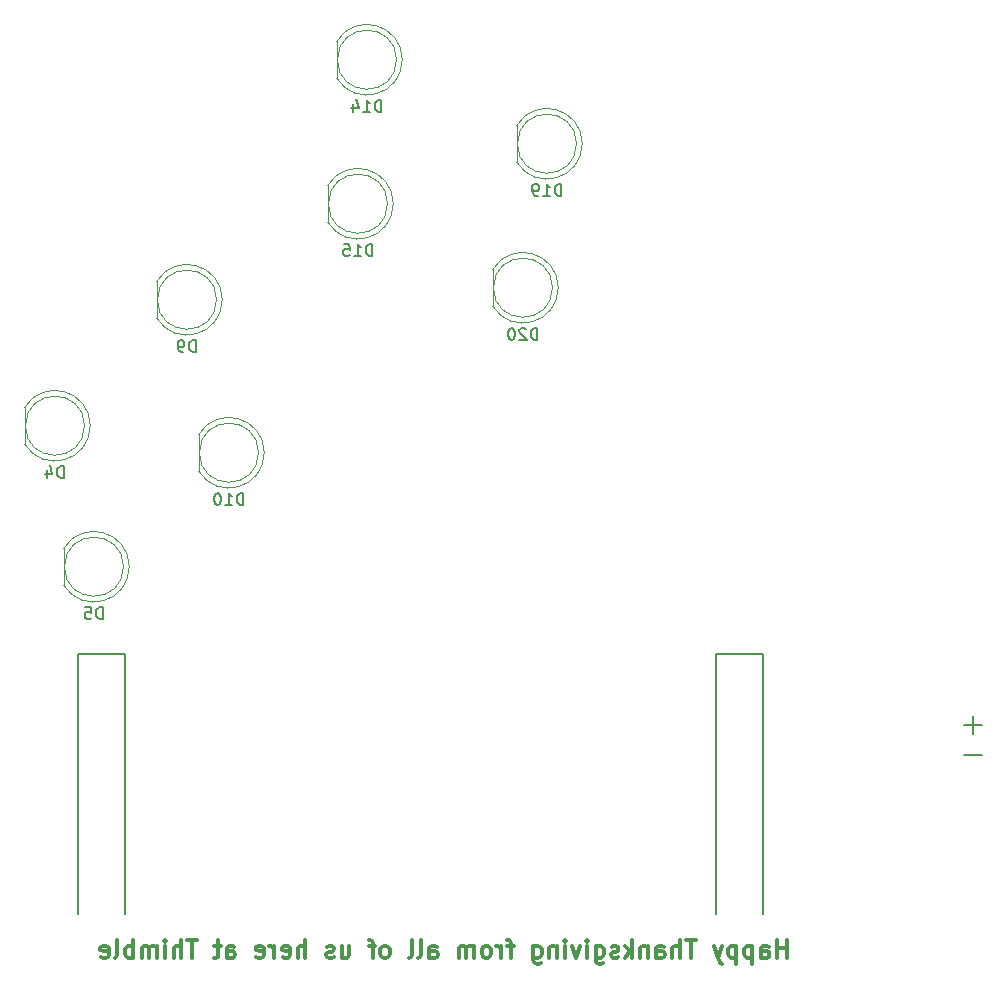
<source format=gbr>
G04 #@! TF.FileFunction,Legend,Bot*
%FSLAX46Y46*%
G04 Gerber Fmt 4.6, Leading zero omitted, Abs format (unit mm)*
G04 Created by KiCad (PCBNEW 4.0.6) date 11/09/17 18:30:30*
%MOMM*%
%LPD*%
G01*
G04 APERTURE LIST*
%ADD10C,0.100000*%
%ADD11C,0.200000*%
%ADD12C,0.300000*%
%ADD13C,0.120000*%
%ADD14C,0.150000*%
G04 APERTURE END LIST*
D10*
D11*
X191000000Y-131500000D02*
X192500000Y-131500000D01*
X191750000Y-128250000D02*
X191750000Y-129750000D01*
X191000000Y-129000000D02*
X192500000Y-129000000D01*
D12*
X176035714Y-148678571D02*
X176035714Y-147178571D01*
X176035714Y-147892857D02*
X175178571Y-147892857D01*
X175178571Y-148678571D02*
X175178571Y-147178571D01*
X173821428Y-148678571D02*
X173821428Y-147892857D01*
X173892857Y-147750000D01*
X174035714Y-147678571D01*
X174321428Y-147678571D01*
X174464285Y-147750000D01*
X173821428Y-148607143D02*
X173964285Y-148678571D01*
X174321428Y-148678571D01*
X174464285Y-148607143D01*
X174535714Y-148464286D01*
X174535714Y-148321429D01*
X174464285Y-148178571D01*
X174321428Y-148107143D01*
X173964285Y-148107143D01*
X173821428Y-148035714D01*
X173107142Y-147678571D02*
X173107142Y-149178571D01*
X173107142Y-147750000D02*
X172964285Y-147678571D01*
X172678571Y-147678571D01*
X172535714Y-147750000D01*
X172464285Y-147821429D01*
X172392856Y-147964286D01*
X172392856Y-148392857D01*
X172464285Y-148535714D01*
X172535714Y-148607143D01*
X172678571Y-148678571D01*
X172964285Y-148678571D01*
X173107142Y-148607143D01*
X171749999Y-147678571D02*
X171749999Y-149178571D01*
X171749999Y-147750000D02*
X171607142Y-147678571D01*
X171321428Y-147678571D01*
X171178571Y-147750000D01*
X171107142Y-147821429D01*
X171035713Y-147964286D01*
X171035713Y-148392857D01*
X171107142Y-148535714D01*
X171178571Y-148607143D01*
X171321428Y-148678571D01*
X171607142Y-148678571D01*
X171749999Y-148607143D01*
X170535713Y-147678571D02*
X170178570Y-148678571D01*
X169821428Y-147678571D02*
X170178570Y-148678571D01*
X170321428Y-149035714D01*
X170392856Y-149107143D01*
X170535713Y-149178571D01*
X168321428Y-147178571D02*
X167464285Y-147178571D01*
X167892856Y-148678571D02*
X167892856Y-147178571D01*
X166964285Y-148678571D02*
X166964285Y-147178571D01*
X166321428Y-148678571D02*
X166321428Y-147892857D01*
X166392857Y-147750000D01*
X166535714Y-147678571D01*
X166749999Y-147678571D01*
X166892857Y-147750000D01*
X166964285Y-147821429D01*
X164964285Y-148678571D02*
X164964285Y-147892857D01*
X165035714Y-147750000D01*
X165178571Y-147678571D01*
X165464285Y-147678571D01*
X165607142Y-147750000D01*
X164964285Y-148607143D02*
X165107142Y-148678571D01*
X165464285Y-148678571D01*
X165607142Y-148607143D01*
X165678571Y-148464286D01*
X165678571Y-148321429D01*
X165607142Y-148178571D01*
X165464285Y-148107143D01*
X165107142Y-148107143D01*
X164964285Y-148035714D01*
X164249999Y-147678571D02*
X164249999Y-148678571D01*
X164249999Y-147821429D02*
X164178571Y-147750000D01*
X164035713Y-147678571D01*
X163821428Y-147678571D01*
X163678571Y-147750000D01*
X163607142Y-147892857D01*
X163607142Y-148678571D01*
X162892856Y-148678571D02*
X162892856Y-147178571D01*
X162749999Y-148107143D02*
X162321428Y-148678571D01*
X162321428Y-147678571D02*
X162892856Y-148250000D01*
X161749999Y-148607143D02*
X161607142Y-148678571D01*
X161321427Y-148678571D01*
X161178570Y-148607143D01*
X161107142Y-148464286D01*
X161107142Y-148392857D01*
X161178570Y-148250000D01*
X161321427Y-148178571D01*
X161535713Y-148178571D01*
X161678570Y-148107143D01*
X161749999Y-147964286D01*
X161749999Y-147892857D01*
X161678570Y-147750000D01*
X161535713Y-147678571D01*
X161321427Y-147678571D01*
X161178570Y-147750000D01*
X159821427Y-147678571D02*
X159821427Y-148892857D01*
X159892856Y-149035714D01*
X159964284Y-149107143D01*
X160107141Y-149178571D01*
X160321427Y-149178571D01*
X160464284Y-149107143D01*
X159821427Y-148607143D02*
X159964284Y-148678571D01*
X160249998Y-148678571D01*
X160392856Y-148607143D01*
X160464284Y-148535714D01*
X160535713Y-148392857D01*
X160535713Y-147964286D01*
X160464284Y-147821429D01*
X160392856Y-147750000D01*
X160249998Y-147678571D01*
X159964284Y-147678571D01*
X159821427Y-147750000D01*
X159107141Y-148678571D02*
X159107141Y-147678571D01*
X159107141Y-147178571D02*
X159178570Y-147250000D01*
X159107141Y-147321429D01*
X159035713Y-147250000D01*
X159107141Y-147178571D01*
X159107141Y-147321429D01*
X158535712Y-147678571D02*
X158178569Y-148678571D01*
X157821427Y-147678571D01*
X157249998Y-148678571D02*
X157249998Y-147678571D01*
X157249998Y-147178571D02*
X157321427Y-147250000D01*
X157249998Y-147321429D01*
X157178570Y-147250000D01*
X157249998Y-147178571D01*
X157249998Y-147321429D01*
X156535712Y-147678571D02*
X156535712Y-148678571D01*
X156535712Y-147821429D02*
X156464284Y-147750000D01*
X156321426Y-147678571D01*
X156107141Y-147678571D01*
X155964284Y-147750000D01*
X155892855Y-147892857D01*
X155892855Y-148678571D01*
X154535712Y-147678571D02*
X154535712Y-148892857D01*
X154607141Y-149035714D01*
X154678569Y-149107143D01*
X154821426Y-149178571D01*
X155035712Y-149178571D01*
X155178569Y-149107143D01*
X154535712Y-148607143D02*
X154678569Y-148678571D01*
X154964283Y-148678571D01*
X155107141Y-148607143D01*
X155178569Y-148535714D01*
X155249998Y-148392857D01*
X155249998Y-147964286D01*
X155178569Y-147821429D01*
X155107141Y-147750000D01*
X154964283Y-147678571D01*
X154678569Y-147678571D01*
X154535712Y-147750000D01*
X152892855Y-147678571D02*
X152321426Y-147678571D01*
X152678569Y-148678571D02*
X152678569Y-147392857D01*
X152607141Y-147250000D01*
X152464283Y-147178571D01*
X152321426Y-147178571D01*
X151821426Y-148678571D02*
X151821426Y-147678571D01*
X151821426Y-147964286D02*
X151749998Y-147821429D01*
X151678569Y-147750000D01*
X151535712Y-147678571D01*
X151392855Y-147678571D01*
X150678569Y-148678571D02*
X150821427Y-148607143D01*
X150892855Y-148535714D01*
X150964284Y-148392857D01*
X150964284Y-147964286D01*
X150892855Y-147821429D01*
X150821427Y-147750000D01*
X150678569Y-147678571D01*
X150464284Y-147678571D01*
X150321427Y-147750000D01*
X150249998Y-147821429D01*
X150178569Y-147964286D01*
X150178569Y-148392857D01*
X150249998Y-148535714D01*
X150321427Y-148607143D01*
X150464284Y-148678571D01*
X150678569Y-148678571D01*
X149535712Y-148678571D02*
X149535712Y-147678571D01*
X149535712Y-147821429D02*
X149464284Y-147750000D01*
X149321426Y-147678571D01*
X149107141Y-147678571D01*
X148964284Y-147750000D01*
X148892855Y-147892857D01*
X148892855Y-148678571D01*
X148892855Y-147892857D02*
X148821426Y-147750000D01*
X148678569Y-147678571D01*
X148464284Y-147678571D01*
X148321426Y-147750000D01*
X148249998Y-147892857D01*
X148249998Y-148678571D01*
X145749998Y-148678571D02*
X145749998Y-147892857D01*
X145821427Y-147750000D01*
X145964284Y-147678571D01*
X146249998Y-147678571D01*
X146392855Y-147750000D01*
X145749998Y-148607143D02*
X145892855Y-148678571D01*
X146249998Y-148678571D01*
X146392855Y-148607143D01*
X146464284Y-148464286D01*
X146464284Y-148321429D01*
X146392855Y-148178571D01*
X146249998Y-148107143D01*
X145892855Y-148107143D01*
X145749998Y-148035714D01*
X144821426Y-148678571D02*
X144964284Y-148607143D01*
X145035712Y-148464286D01*
X145035712Y-147178571D01*
X144035712Y-148678571D02*
X144178570Y-148607143D01*
X144249998Y-148464286D01*
X144249998Y-147178571D01*
X142107141Y-148678571D02*
X142249999Y-148607143D01*
X142321427Y-148535714D01*
X142392856Y-148392857D01*
X142392856Y-147964286D01*
X142321427Y-147821429D01*
X142249999Y-147750000D01*
X142107141Y-147678571D01*
X141892856Y-147678571D01*
X141749999Y-147750000D01*
X141678570Y-147821429D01*
X141607141Y-147964286D01*
X141607141Y-148392857D01*
X141678570Y-148535714D01*
X141749999Y-148607143D01*
X141892856Y-148678571D01*
X142107141Y-148678571D01*
X141178570Y-147678571D02*
X140607141Y-147678571D01*
X140964284Y-148678571D02*
X140964284Y-147392857D01*
X140892856Y-147250000D01*
X140749998Y-147178571D01*
X140607141Y-147178571D01*
X138321427Y-147678571D02*
X138321427Y-148678571D01*
X138964284Y-147678571D02*
X138964284Y-148464286D01*
X138892856Y-148607143D01*
X138749998Y-148678571D01*
X138535713Y-148678571D01*
X138392856Y-148607143D01*
X138321427Y-148535714D01*
X137678570Y-148607143D02*
X137535713Y-148678571D01*
X137249998Y-148678571D01*
X137107141Y-148607143D01*
X137035713Y-148464286D01*
X137035713Y-148392857D01*
X137107141Y-148250000D01*
X137249998Y-148178571D01*
X137464284Y-148178571D01*
X137607141Y-148107143D01*
X137678570Y-147964286D01*
X137678570Y-147892857D01*
X137607141Y-147750000D01*
X137464284Y-147678571D01*
X137249998Y-147678571D01*
X137107141Y-147750000D01*
X135249998Y-148678571D02*
X135249998Y-147178571D01*
X134607141Y-148678571D02*
X134607141Y-147892857D01*
X134678570Y-147750000D01*
X134821427Y-147678571D01*
X135035712Y-147678571D01*
X135178570Y-147750000D01*
X135249998Y-147821429D01*
X133321427Y-148607143D02*
X133464284Y-148678571D01*
X133749998Y-148678571D01*
X133892855Y-148607143D01*
X133964284Y-148464286D01*
X133964284Y-147892857D01*
X133892855Y-147750000D01*
X133749998Y-147678571D01*
X133464284Y-147678571D01*
X133321427Y-147750000D01*
X133249998Y-147892857D01*
X133249998Y-148035714D01*
X133964284Y-148178571D01*
X132607141Y-148678571D02*
X132607141Y-147678571D01*
X132607141Y-147964286D02*
X132535713Y-147821429D01*
X132464284Y-147750000D01*
X132321427Y-147678571D01*
X132178570Y-147678571D01*
X131107142Y-148607143D02*
X131249999Y-148678571D01*
X131535713Y-148678571D01*
X131678570Y-148607143D01*
X131749999Y-148464286D01*
X131749999Y-147892857D01*
X131678570Y-147750000D01*
X131535713Y-147678571D01*
X131249999Y-147678571D01*
X131107142Y-147750000D01*
X131035713Y-147892857D01*
X131035713Y-148035714D01*
X131749999Y-148178571D01*
X128607142Y-148678571D02*
X128607142Y-147892857D01*
X128678571Y-147750000D01*
X128821428Y-147678571D01*
X129107142Y-147678571D01*
X129249999Y-147750000D01*
X128607142Y-148607143D02*
X128749999Y-148678571D01*
X129107142Y-148678571D01*
X129249999Y-148607143D01*
X129321428Y-148464286D01*
X129321428Y-148321429D01*
X129249999Y-148178571D01*
X129107142Y-148107143D01*
X128749999Y-148107143D01*
X128607142Y-148035714D01*
X128107142Y-147678571D02*
X127535713Y-147678571D01*
X127892856Y-147178571D02*
X127892856Y-148464286D01*
X127821428Y-148607143D01*
X127678570Y-148678571D01*
X127535713Y-148678571D01*
X126107142Y-147178571D02*
X125249999Y-147178571D01*
X125678570Y-148678571D02*
X125678570Y-147178571D01*
X124749999Y-148678571D02*
X124749999Y-147178571D01*
X124107142Y-148678571D02*
X124107142Y-147892857D01*
X124178571Y-147750000D01*
X124321428Y-147678571D01*
X124535713Y-147678571D01*
X124678571Y-147750000D01*
X124749999Y-147821429D01*
X123392856Y-148678571D02*
X123392856Y-147678571D01*
X123392856Y-147178571D02*
X123464285Y-147250000D01*
X123392856Y-147321429D01*
X123321428Y-147250000D01*
X123392856Y-147178571D01*
X123392856Y-147321429D01*
X122678570Y-148678571D02*
X122678570Y-147678571D01*
X122678570Y-147821429D02*
X122607142Y-147750000D01*
X122464284Y-147678571D01*
X122249999Y-147678571D01*
X122107142Y-147750000D01*
X122035713Y-147892857D01*
X122035713Y-148678571D01*
X122035713Y-147892857D02*
X121964284Y-147750000D01*
X121821427Y-147678571D01*
X121607142Y-147678571D01*
X121464284Y-147750000D01*
X121392856Y-147892857D01*
X121392856Y-148678571D01*
X120678570Y-148678571D02*
X120678570Y-147178571D01*
X120678570Y-147750000D02*
X120535713Y-147678571D01*
X120249999Y-147678571D01*
X120107142Y-147750000D01*
X120035713Y-147821429D01*
X119964284Y-147964286D01*
X119964284Y-148392857D01*
X120035713Y-148535714D01*
X120107142Y-148607143D01*
X120249999Y-148678571D01*
X120535713Y-148678571D01*
X120678570Y-148607143D01*
X119107141Y-148678571D02*
X119249999Y-148607143D01*
X119321427Y-148464286D01*
X119321427Y-147178571D01*
X117964285Y-148607143D02*
X118107142Y-148678571D01*
X118392856Y-148678571D01*
X118535713Y-148607143D01*
X118607142Y-148464286D01*
X118607142Y-147892857D01*
X118535713Y-147750000D01*
X118392856Y-147678571D01*
X118107142Y-147678571D01*
X117964285Y-147750000D01*
X117892856Y-147892857D01*
X117892856Y-148035714D01*
X118607142Y-148178571D01*
D11*
X174000000Y-123000000D02*
X170000000Y-123000000D01*
X174000000Y-145000000D02*
X174000000Y-123000000D01*
X116000000Y-123000000D02*
X120000000Y-123000000D01*
X170000000Y-145000000D02*
X170000000Y-123000000D01*
X116000000Y-145000000D02*
X116000000Y-123000000D01*
X120000000Y-145000000D02*
X120000000Y-123000000D01*
D13*
X117036000Y-103631538D02*
G75*
G02X111486000Y-105176830I-2990000J-462D01*
G01*
X117036000Y-103632462D02*
G75*
G03X111486000Y-102087170I-2990000J462D01*
G01*
X116546000Y-103632000D02*
G75*
G03X116546000Y-103632000I-2500000J0D01*
G01*
X111486000Y-105177000D02*
X111486000Y-102087000D01*
X120338000Y-115569538D02*
G75*
G02X114788000Y-117114830I-2990000J-462D01*
G01*
X120338000Y-115570462D02*
G75*
G03X114788000Y-114025170I-2990000J462D01*
G01*
X119848000Y-115570000D02*
G75*
G03X119848000Y-115570000I-2500000J0D01*
G01*
X114788000Y-117115000D02*
X114788000Y-114025000D01*
X128212000Y-92963538D02*
G75*
G02X122662000Y-94508830I-2990000J-462D01*
G01*
X128212000Y-92964462D02*
G75*
G03X122662000Y-91419170I-2990000J462D01*
G01*
X127722000Y-92964000D02*
G75*
G03X127722000Y-92964000I-2500000J0D01*
G01*
X122662000Y-94509000D02*
X122662000Y-91419000D01*
X131768000Y-105917538D02*
G75*
G02X126218000Y-107462830I-2990000J-462D01*
G01*
X131768000Y-105918462D02*
G75*
G03X126218000Y-104373170I-2990000J462D01*
G01*
X131278000Y-105918000D02*
G75*
G03X131278000Y-105918000I-2500000J0D01*
G01*
X126218000Y-107463000D02*
X126218000Y-104373000D01*
X143452000Y-72643538D02*
G75*
G02X137902000Y-74188830I-2990000J-462D01*
G01*
X143452000Y-72644462D02*
G75*
G03X137902000Y-71099170I-2990000J462D01*
G01*
X142962000Y-72644000D02*
G75*
G03X142962000Y-72644000I-2500000J0D01*
G01*
X137902000Y-74189000D02*
X137902000Y-71099000D01*
X142690000Y-84835538D02*
G75*
G02X137140000Y-86380830I-2990000J-462D01*
G01*
X142690000Y-84836462D02*
G75*
G03X137140000Y-83291170I-2990000J462D01*
G01*
X142200000Y-84836000D02*
G75*
G03X142200000Y-84836000I-2500000J0D01*
G01*
X137140000Y-86381000D02*
X137140000Y-83291000D01*
X158692000Y-79755538D02*
G75*
G02X153142000Y-81300830I-2990000J-462D01*
G01*
X158692000Y-79756462D02*
G75*
G03X153142000Y-78211170I-2990000J462D01*
G01*
X158202000Y-79756000D02*
G75*
G03X158202000Y-79756000I-2500000J0D01*
G01*
X153142000Y-81301000D02*
X153142000Y-78211000D01*
X156660000Y-91947538D02*
G75*
G02X151110000Y-93492830I-2990000J-462D01*
G01*
X156660000Y-91948462D02*
G75*
G03X151110000Y-90403170I-2990000J462D01*
G01*
X156170000Y-91948000D02*
G75*
G03X156170000Y-91948000I-2500000J0D01*
G01*
X151110000Y-93493000D02*
X151110000Y-90403000D01*
D14*
X114784095Y-108044381D02*
X114784095Y-107044381D01*
X114546000Y-107044381D01*
X114403142Y-107092000D01*
X114307904Y-107187238D01*
X114260285Y-107282476D01*
X114212666Y-107472952D01*
X114212666Y-107615810D01*
X114260285Y-107806286D01*
X114307904Y-107901524D01*
X114403142Y-107996762D01*
X114546000Y-108044381D01*
X114784095Y-108044381D01*
X113355523Y-107377714D02*
X113355523Y-108044381D01*
X113593619Y-106996762D02*
X113831714Y-107711048D01*
X113212666Y-107711048D01*
X118086095Y-119982381D02*
X118086095Y-118982381D01*
X117848000Y-118982381D01*
X117705142Y-119030000D01*
X117609904Y-119125238D01*
X117562285Y-119220476D01*
X117514666Y-119410952D01*
X117514666Y-119553810D01*
X117562285Y-119744286D01*
X117609904Y-119839524D01*
X117705142Y-119934762D01*
X117848000Y-119982381D01*
X118086095Y-119982381D01*
X116609904Y-118982381D02*
X117086095Y-118982381D01*
X117133714Y-119458571D01*
X117086095Y-119410952D01*
X116990857Y-119363333D01*
X116752761Y-119363333D01*
X116657523Y-119410952D01*
X116609904Y-119458571D01*
X116562285Y-119553810D01*
X116562285Y-119791905D01*
X116609904Y-119887143D01*
X116657523Y-119934762D01*
X116752761Y-119982381D01*
X116990857Y-119982381D01*
X117086095Y-119934762D01*
X117133714Y-119887143D01*
X125960095Y-97376381D02*
X125960095Y-96376381D01*
X125722000Y-96376381D01*
X125579142Y-96424000D01*
X125483904Y-96519238D01*
X125436285Y-96614476D01*
X125388666Y-96804952D01*
X125388666Y-96947810D01*
X125436285Y-97138286D01*
X125483904Y-97233524D01*
X125579142Y-97328762D01*
X125722000Y-97376381D01*
X125960095Y-97376381D01*
X124912476Y-97376381D02*
X124722000Y-97376381D01*
X124626761Y-97328762D01*
X124579142Y-97281143D01*
X124483904Y-97138286D01*
X124436285Y-96947810D01*
X124436285Y-96566857D01*
X124483904Y-96471619D01*
X124531523Y-96424000D01*
X124626761Y-96376381D01*
X124817238Y-96376381D01*
X124912476Y-96424000D01*
X124960095Y-96471619D01*
X125007714Y-96566857D01*
X125007714Y-96804952D01*
X124960095Y-96900190D01*
X124912476Y-96947810D01*
X124817238Y-96995429D01*
X124626761Y-96995429D01*
X124531523Y-96947810D01*
X124483904Y-96900190D01*
X124436285Y-96804952D01*
X129992286Y-110330381D02*
X129992286Y-109330381D01*
X129754191Y-109330381D01*
X129611333Y-109378000D01*
X129516095Y-109473238D01*
X129468476Y-109568476D01*
X129420857Y-109758952D01*
X129420857Y-109901810D01*
X129468476Y-110092286D01*
X129516095Y-110187524D01*
X129611333Y-110282762D01*
X129754191Y-110330381D01*
X129992286Y-110330381D01*
X128468476Y-110330381D02*
X129039905Y-110330381D01*
X128754191Y-110330381D02*
X128754191Y-109330381D01*
X128849429Y-109473238D01*
X128944667Y-109568476D01*
X129039905Y-109616095D01*
X127849429Y-109330381D02*
X127754190Y-109330381D01*
X127658952Y-109378000D01*
X127611333Y-109425619D01*
X127563714Y-109520857D01*
X127516095Y-109711333D01*
X127516095Y-109949429D01*
X127563714Y-110139905D01*
X127611333Y-110235143D01*
X127658952Y-110282762D01*
X127754190Y-110330381D01*
X127849429Y-110330381D01*
X127944667Y-110282762D01*
X127992286Y-110235143D01*
X128039905Y-110139905D01*
X128087524Y-109949429D01*
X128087524Y-109711333D01*
X128039905Y-109520857D01*
X127992286Y-109425619D01*
X127944667Y-109378000D01*
X127849429Y-109330381D01*
X141676286Y-77056381D02*
X141676286Y-76056381D01*
X141438191Y-76056381D01*
X141295333Y-76104000D01*
X141200095Y-76199238D01*
X141152476Y-76294476D01*
X141104857Y-76484952D01*
X141104857Y-76627810D01*
X141152476Y-76818286D01*
X141200095Y-76913524D01*
X141295333Y-77008762D01*
X141438191Y-77056381D01*
X141676286Y-77056381D01*
X140152476Y-77056381D02*
X140723905Y-77056381D01*
X140438191Y-77056381D02*
X140438191Y-76056381D01*
X140533429Y-76199238D01*
X140628667Y-76294476D01*
X140723905Y-76342095D01*
X139295333Y-76389714D02*
X139295333Y-77056381D01*
X139533429Y-76008762D02*
X139771524Y-76723048D01*
X139152476Y-76723048D01*
X140914286Y-89248381D02*
X140914286Y-88248381D01*
X140676191Y-88248381D01*
X140533333Y-88296000D01*
X140438095Y-88391238D01*
X140390476Y-88486476D01*
X140342857Y-88676952D01*
X140342857Y-88819810D01*
X140390476Y-89010286D01*
X140438095Y-89105524D01*
X140533333Y-89200762D01*
X140676191Y-89248381D01*
X140914286Y-89248381D01*
X139390476Y-89248381D02*
X139961905Y-89248381D01*
X139676191Y-89248381D02*
X139676191Y-88248381D01*
X139771429Y-88391238D01*
X139866667Y-88486476D01*
X139961905Y-88534095D01*
X138485714Y-88248381D02*
X138961905Y-88248381D01*
X139009524Y-88724571D01*
X138961905Y-88676952D01*
X138866667Y-88629333D01*
X138628571Y-88629333D01*
X138533333Y-88676952D01*
X138485714Y-88724571D01*
X138438095Y-88819810D01*
X138438095Y-89057905D01*
X138485714Y-89153143D01*
X138533333Y-89200762D01*
X138628571Y-89248381D01*
X138866667Y-89248381D01*
X138961905Y-89200762D01*
X139009524Y-89153143D01*
X156916286Y-84168381D02*
X156916286Y-83168381D01*
X156678191Y-83168381D01*
X156535333Y-83216000D01*
X156440095Y-83311238D01*
X156392476Y-83406476D01*
X156344857Y-83596952D01*
X156344857Y-83739810D01*
X156392476Y-83930286D01*
X156440095Y-84025524D01*
X156535333Y-84120762D01*
X156678191Y-84168381D01*
X156916286Y-84168381D01*
X155392476Y-84168381D02*
X155963905Y-84168381D01*
X155678191Y-84168381D02*
X155678191Y-83168381D01*
X155773429Y-83311238D01*
X155868667Y-83406476D01*
X155963905Y-83454095D01*
X154916286Y-84168381D02*
X154725810Y-84168381D01*
X154630571Y-84120762D01*
X154582952Y-84073143D01*
X154487714Y-83930286D01*
X154440095Y-83739810D01*
X154440095Y-83358857D01*
X154487714Y-83263619D01*
X154535333Y-83216000D01*
X154630571Y-83168381D01*
X154821048Y-83168381D01*
X154916286Y-83216000D01*
X154963905Y-83263619D01*
X155011524Y-83358857D01*
X155011524Y-83596952D01*
X154963905Y-83692190D01*
X154916286Y-83739810D01*
X154821048Y-83787429D01*
X154630571Y-83787429D01*
X154535333Y-83739810D01*
X154487714Y-83692190D01*
X154440095Y-83596952D01*
X154884286Y-96360381D02*
X154884286Y-95360381D01*
X154646191Y-95360381D01*
X154503333Y-95408000D01*
X154408095Y-95503238D01*
X154360476Y-95598476D01*
X154312857Y-95788952D01*
X154312857Y-95931810D01*
X154360476Y-96122286D01*
X154408095Y-96217524D01*
X154503333Y-96312762D01*
X154646191Y-96360381D01*
X154884286Y-96360381D01*
X153931905Y-95455619D02*
X153884286Y-95408000D01*
X153789048Y-95360381D01*
X153550952Y-95360381D01*
X153455714Y-95408000D01*
X153408095Y-95455619D01*
X153360476Y-95550857D01*
X153360476Y-95646095D01*
X153408095Y-95788952D01*
X153979524Y-96360381D01*
X153360476Y-96360381D01*
X152741429Y-95360381D02*
X152646190Y-95360381D01*
X152550952Y-95408000D01*
X152503333Y-95455619D01*
X152455714Y-95550857D01*
X152408095Y-95741333D01*
X152408095Y-95979429D01*
X152455714Y-96169905D01*
X152503333Y-96265143D01*
X152550952Y-96312762D01*
X152646190Y-96360381D01*
X152741429Y-96360381D01*
X152836667Y-96312762D01*
X152884286Y-96265143D01*
X152931905Y-96169905D01*
X152979524Y-95979429D01*
X152979524Y-95741333D01*
X152931905Y-95550857D01*
X152884286Y-95455619D01*
X152836667Y-95408000D01*
X152741429Y-95360381D01*
M02*

</source>
